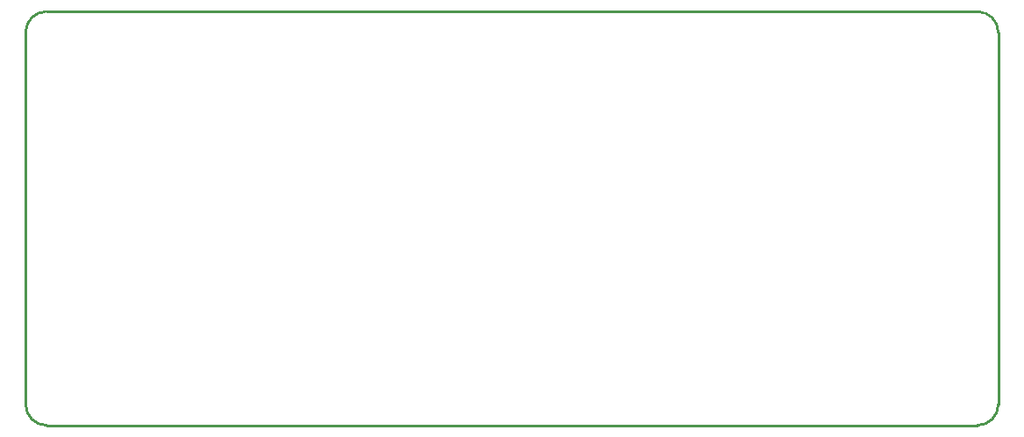
<source format=gko>
G04 Layer_Color=16711935*
%FSLAX25Y25*%
%MOIN*%
G70*
G01*
G75*
%ADD11C,0.01000*%
D11*
X185039Y70866D02*
G03*
X177165Y78740I-7874J0D01*
G01*
Y-78740D02*
G03*
X185039Y-70866I0J7874D01*
G01*
X-185039D02*
G03*
X-177165Y-78740I7874J0D01*
G01*
Y78740D02*
G03*
X-185039Y70866I0J-7874D01*
G01*
X-177165Y78740D02*
X177165D01*
X185039Y-70866D02*
Y70866D01*
X-177165Y-78740D02*
X177165D01*
X-185039Y-70866D02*
Y70866D01*
M02*

</source>
